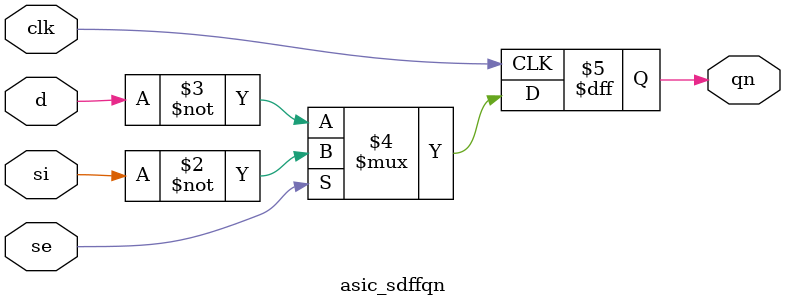
<source format=v>

module asic_sdffqn
   (
    input      d,
    input      si,
    input      se,
    input      clk,
    output reg qn
    );

   always @ (posedge clk)
     qn <= se ? ~si : ~d;

endmodule

</source>
